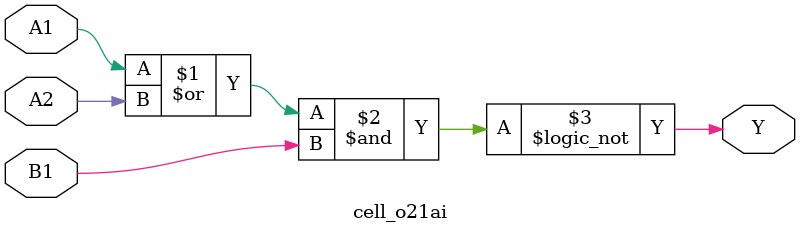
<source format=v>
`timescale 1ps/1ps
module cell_o21ai
(
    input wire A1,
    input wire A2,
    input wire B1,
    output wire Y
);
    assign Y = !((A1 | A2) & B1);
endmodule

</source>
